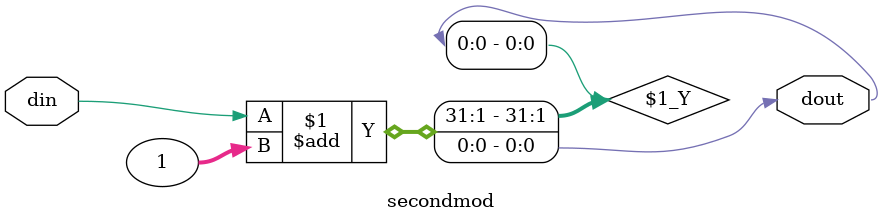
<source format=v>
module clocktest(clock, dout, dout2);
	input clock;
	
	wire [31:0] din, din2;
	output [31:0] dout, dout2;
	
	genvar i;
	generate
		for(i=0;i<32;i=i+1) begin: loop1
	      dffe a_dffe(din[i], clock, 1'b1, 1'b1, 1'b1, dout[i]);
		   dffe b_dffe(din2[i], clock, 1'b1, 1'b1, 1'b1, dout2[i]);
		end
	endgenerate	
	
	secondmod secondmod(dout, din);
	assign din2 = dout;
	
endmodule

module secondmod(din, dout);
	input din;
	output dout;
	
	assign dout = din + 32'b00000000000000000000000000000001;
	
endmodule
</source>
